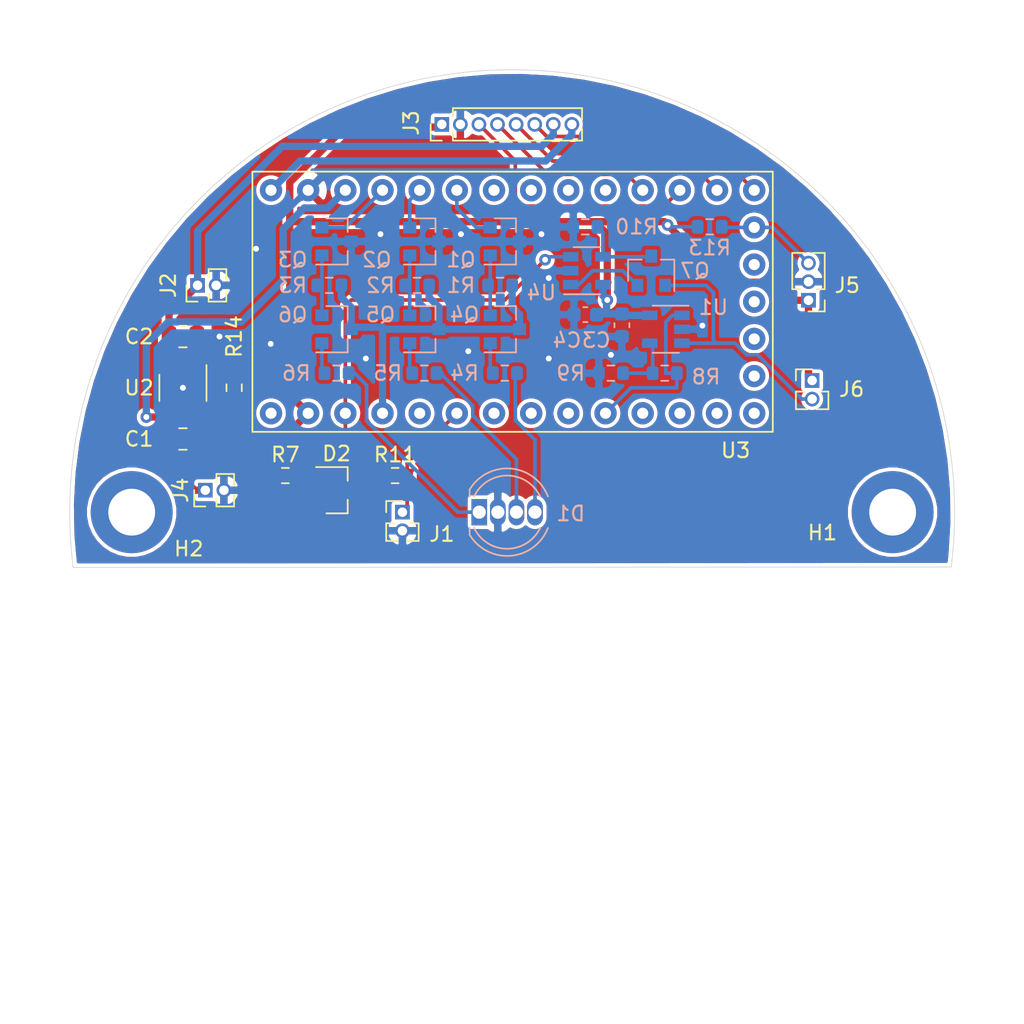
<source format=kicad_pcb>
(kicad_pcb (version 20171130) (host pcbnew 5.1.10)
  (layers (0 F.Cu signal) (31 B.Cu signal) (34 B.Paste user) (35 F.Paste user) (36 B.SilkS user) (37 F.SilkS user) (38 B.Mask user) (39 F.Mask user) (44 Edge.Cuts user))
  (net 0 "")
  (net 1 GND)
  (net 2 VBUS)
  (net 3 +BATT)
  (net 4 +3V3)
  (net 5 "Net-(D1-Pad4)")
  (net 6 "Net-(D1-Pad3)")
  (net 7 "Net-(D1-Pad1)")
  (net 8 /AREF)
  (net 9 /VBAT_SWITCHED)
  (net 10 /Button_2)
  (net 11 /Button_1)
  (net 12 /I2C_SCL)
  (net 13 /I2C_SDA)
  (net 14 /1Wire)
  (net 15 /FLUID_SENSE-)
  (net 16 /A1)
  (net 17 /Red)
  (net 18 /Green)
  (net 19 /Blue)
  (net 20 VCC)
  (net 21 /Red_Driver)
  (net 22 "Net-(Q4-Pad1)")
  (net 23 /Green_Driver)
  (net 24 "Net-(Q5-Pad1)")
  (net 25 /Blue_Driver)
  (net 26 "Net-(Q6-Pad1)")
  (net 27 "Net-(Q7-Pad3)")
  (net 28 "Net-(Q7-Pad2)")
  (net 29 "Net-(R8-Pad2)")
  (net 30 "Net-(R14-Pad1)")
  (net 31 "Net-(U2-Pad1)")
  (net 32 "Net-(U3-Pad26)")
  (net 33 "Net-(U3-Pad25)")
  (net 34 "Net-(U3-Pad24)")
  (net 35 "Net-(U3-Pad18)")
  (net 36 "Net-(U3-Pad15)")
  (net 37 "Net-(U3-Pad14)")
  (net 38 "Net-(U3-Pad13)")
  (net 39 "Net-(U3-Pad12)")
  (net 40 "Net-(U3-Pad11)")
  (net 41 "Net-(U3-Pad9)")
  (net 42 "Net-(U3-Pad8)")
  (net 43 "Net-(U3-Pad7)")
  (net 44 "Net-(U3-Pad17)")
  (net 45 "Net-(U3-Pad16)")
  (net 46 "Net-(U3-Pad1)")
  (net 47 /A5)
  (net 48 "Net-(U3-Pad5)")
  (net 49 "Net-(U3-Pad27)")
  (module MountingHole:MountingHole_3.2mm_M3_DIN965_Pad_TopBottom (layer F.Cu) (at 59 55)
    (fp_text reference H2 (at 3.9 2.5) (layer F.SilkS))
    (fp_text value MountingHole)
    (pad 1 connect circle (at 0 0) (size 5.6 5.6) (layers B.Cu B.Mask))
    (pad 1 connect circle (at 0 0) (size 5.6 5.6) (layers F.Cu F.Mask))
    (pad 1 thru_hole circle (at 0 0) (size 3.6 3.6) (drill 3.2) (layers *.Cu *.Mask))
  )
  (module MountingHole:MountingHole_3.2mm_M3_DIN965_Pad_TopBottom (layer F.Cu) (at 111 55)
    (fp_text reference H1 (at -4.8 1.4) (layer F.SilkS))
    (fp_text value MountingHole)
    (pad 1 connect circle (at 0 0) (size 5.6 5.6) (layers B.Cu B.Mask))
    (pad 1 connect circle (at 0 0) (size 5.6 5.6) (layers F.Cu F.Mask))
    (pad 1 thru_hole circle (at 0 0) (size 3.6 3.6) (drill 3.2) (layers *.Cu *.Mask))
  )
  (module beer_mug:adafruit-itsy-bitsy-m0 (layer F.Cu) (at 85.03 40.62)
    (fp_text reference U3 (at 15.24 10.16) (layer F.SilkS))
    (fp_text value Itsy-Bitsy-M0)
    (fp_line (start -17.78 -8.89) (end 17.78 -8.89) (layer F.SilkS) (width 0.12))
    (fp_line (start 17.78 -8.89) (end 17.78 8.89) (layer F.SilkS) (width 0.12))
    (fp_line (start 17.78 8.89) (end -17.78 8.89) (layer F.SilkS) (width 0.12))
    (fp_line (start -17.78 8.89) (end -17.78 -8.89) (layer F.SilkS) (width 0.12))
    (pad 33 thru_hole circle (at -16.51 -7.62) (size 1.524 1.524) (drill 0.762) (layers *.Cu *.Mask) (net 9 /VBAT_SWITCHED))
    (pad 32 thru_hole circle (at -13.97 -7.62) (size 1.524 1.524) (drill 0.762) (layers *.Cu *.Mask) (net 1 GND))
    (pad 31 thru_hole circle (at -11.43 -7.62) (size 1.524 1.524) (drill 0.762) (layers *.Cu *.Mask) (net 2 VBUS))
    (pad 30 thru_hole circle (at -8.89 -7.62) (size 1.524 1.524) (drill 0.762) (layers *.Cu *.Mask) (net 19 /Blue))
    (pad 29 thru_hole circle (at -6.35 -7.62) (size 1.524 1.524) (drill 0.762) (layers *.Cu *.Mask) (net 18 /Green))
    (pad 28 thru_hole circle (at -3.81 -7.62) (size 1.524 1.524) (drill 0.762) (layers *.Cu *.Mask) (net 17 /Red))
    (pad 27 thru_hole circle (at -1.27 -7.62) (size 1.524 1.524) (drill 0.762) (layers *.Cu *.Mask) (net 49 "Net-(U3-Pad27)"))
    (pad 26 thru_hole circle (at 1.27 -7.62) (size 1.524 1.524) (drill 0.762) (layers *.Cu *.Mask) (net 32 "Net-(U3-Pad26)"))
    (pad 25 thru_hole circle (at 3.81 -7.62) (size 1.524 1.524) (drill 0.762) (layers *.Cu *.Mask) (net 33 "Net-(U3-Pad25)"))
    (pad 24 thru_hole circle (at 6.35 -7.62) (size 1.524 1.524) (drill 0.762) (layers *.Cu *.Mask) (net 34 "Net-(U3-Pad24)"))
    (pad 23 thru_hole circle (at 8.89 -7.62) (size 1.524 1.524) (drill 0.762) (layers *.Cu *.Mask) (net 12 /I2C_SCL))
    (pad 22 thru_hole circle (at 11.43 -7.62) (size 1.524 1.524) (drill 0.762) (layers *.Cu *.Mask) (net 13 /I2C_SDA))
    (pad 21 thru_hole circle (at 13.97 -7.62) (size 1.524 1.524) (drill 0.762) (layers *.Cu *.Mask) (net 11 /Button_1))
    (pad 20 thru_hole circle (at 16.51 -7.62) (size 1.524 1.524) (drill 0.762) (layers *.Cu *.Mask) (net 10 /Button_2))
    (pad 19 thru_hole circle (at 16.51 -5.08) (size 1.524 1.524) (drill 0.762) (layers *.Cu *.Mask) (net 14 /1Wire))
    (pad 18 thru_hole circle (at 16.51 -2.54) (size 1.524 1.524) (drill 0.762) (layers *.Cu *.Mask) (net 35 "Net-(U3-Pad18)"))
    (pad 17 thru_hole circle (at 16.51 0) (size 1.524 1.524) (drill 0.762) (layers *.Cu *.Mask) (net 44 "Net-(U3-Pad17)"))
    (pad 16 thru_hole circle (at 16.51 2.54) (size 1.524 1.524) (drill 0.762) (layers *.Cu *.Mask) (net 45 "Net-(U3-Pad16)"))
    (pad 15 thru_hole circle (at 16.51 5.08) (size 1.524 1.524) (drill 0.762) (layers *.Cu *.Mask) (net 36 "Net-(U3-Pad15)"))
    (pad 14 thru_hole circle (at 16.51 7.62) (size 1.524 1.524) (drill 0.762) (layers *.Cu *.Mask) (net 37 "Net-(U3-Pad14)"))
    (pad 13 thru_hole circle (at 13.97 7.62) (size 1.524 1.524) (drill 0.762) (layers *.Cu *.Mask) (net 38 "Net-(U3-Pad13)"))
    (pad 12 thru_hole circle (at 11.43 7.62) (size 1.524 1.524) (drill 0.762) (layers *.Cu *.Mask) (net 39 "Net-(U3-Pad12)"))
    (pad 11 thru_hole circle (at 8.89 7.62) (size 1.524 1.524) (drill 0.762) (layers *.Cu *.Mask) (net 40 "Net-(U3-Pad11)"))
    (pad 10 thru_hole circle (at 6.35 7.62) (size 1.524 1.524) (drill 0.762) (layers *.Cu *.Mask) (net 47 /A5))
    (pad 9 thru_hole circle (at 3.81 7.62) (size 1.524 1.524) (drill 0.762) (layers *.Cu *.Mask) (net 41 "Net-(U3-Pad9)"))
    (pad 8 thru_hole circle (at 1.27 7.62) (size 1.524 1.524) (drill 0.762) (layers *.Cu *.Mask) (net 42 "Net-(U3-Pad8)"))
    (pad 7 thru_hole circle (at -1.27 7.62) (size 1.524 1.524) (drill 0.762) (layers *.Cu *.Mask) (net 43 "Net-(U3-Pad7)"))
    (pad 6 thru_hole circle (at -3.81 7.62) (size 1.524 1.524) (drill 0.762) (layers *.Cu *.Mask) (net 16 /A1))
    (pad 5 thru_hole circle (at -6.35 7.62) (size 1.524 1.524) (drill 0.762) (layers *.Cu *.Mask) (net 48 "Net-(U3-Pad5)"))
    (pad 4 thru_hole circle (at -8.89 7.62) (size 1.524 1.524) (drill 0.762) (layers *.Cu *.Mask) (net 20 VCC))
    (pad 3 thru_hole circle (at -11.43 7.62) (size 1.524 1.524) (drill 0.762) (layers *.Cu *.Mask) (net 8 /AREF))
    (pad 2 thru_hole circle (at -13.97 7.62) (size 1.524 1.524) (drill 0.762) (layers *.Cu *.Mask) (net 4 +3V3))
    (pad 1 thru_hole circle (at -16.51 7.62) (size 1.524 1.524) (drill 0.762) (layers *.Cu *.Mask) (net 46 "Net-(U3-Pad1)"))
  )
  (module Connector_PinHeader_1.27mm:PinHeader_1x02_P1.27mm_Vertical (layer F.Cu) (at 77.5 55)
    (fp_text reference J1 (at 2.7 1.5) (layer F.SilkS))
    (fp_text value Conn_01x02)
    (fp_line (start -1.11 1.965) (end -0.30753 1.965) (layer F.SilkS) (width 0.12))
    (fp_line (start 0.30753 1.965) (end 1.11 1.965) (layer F.SilkS) (width 0.12))
    (fp_line (start -1.11 0.76) (end -1.11 1.965) (layer F.SilkS) (width 0.12))
    (fp_line (start 1.11 0.76) (end 1.11 1.965) (layer F.SilkS) (width 0.12))
    (fp_line (start -1.11 0.76) (end -0.563471 0.76) (layer F.SilkS) (width 0.12))
    (fp_line (start 0.563471 0.76) (end 1.11 0.76) (layer F.SilkS) (width 0.12))
    (fp_line (start -1.11 0) (end -1.11 -0.76) (layer F.SilkS) (width 0.12))
    (fp_line (start -1.11 -0.76) (end 0 -0.76) (layer F.SilkS) (width 0.12))
    (pad 2 thru_hole oval (at 0 1.27) (size 1 1) (drill 0.65) (layers *.Cu *.Mask) (net 1 GND))
    (pad 1 thru_hole rect (at 0 0) (size 1 1) (drill 0.65) (layers *.Cu *.Mask) (net 16 /A1))
  )
  (module Package_TO_SOT_SMD:SOT-23-5 (layer B.Cu) (at 90.1 38.5)
    (fp_text reference U4 (at -3.1 1.5) (layer B.SilkS) (effects (justify mirror)))
    (fp_text value OPA322)
    (fp_line (start -0.9 -1.61) (end 0.9 -1.61) (layer B.SilkS) (width 0.12))
    (fp_line (start 0.9 1.61) (end -1.55 1.61) (layer B.SilkS) (width 0.12))
    (pad 5 smd rect (at 1.1 0.95) (size 1.06 0.65) (layers B.Cu B.Paste B.Mask) (net 4 +3V3))
    (pad 4 smd rect (at 1.1 -0.95) (size 1.06 0.65) (layers B.Cu B.Paste B.Mask) (net 27 "Net-(Q7-Pad3)"))
    (pad 3 smd rect (at -1.1 -0.95) (size 1.06 0.65) (layers B.Cu B.Paste B.Mask) (net 8 /AREF))
    (pad 2 smd rect (at -1.1 0) (size 1.06 0.65) (layers B.Cu B.Paste B.Mask) (net 1 GND))
    (pad 1 smd rect (at -1.1 0.95) (size 1.06 0.65) (layers B.Cu B.Paste B.Mask) (net 28 "Net-(Q7-Pad2)"))
  )
  (module Package_TO_SOT_SMD:SOT-23-5 (layer F.Cu) (at 62.5 46.5 270)
    (fp_text reference U2 (at 0 3 180) (layer F.SilkS))
    (fp_text value MCP73832-2-OT)
    (fp_line (start -0.9 1.61) (end 0.9 1.61) (layer F.SilkS) (width 0.12))
    (fp_line (start 0.9 -1.61) (end -1.55 -1.61) (layer F.SilkS) (width 0.12))
    (pad 5 smd rect (at 1.1 -0.95 270) (size 1.06 0.65) (layers F.Cu F.Paste F.Mask) (net 30 "Net-(R14-Pad1)"))
    (pad 4 smd rect (at 1.1 0.95 270) (size 1.06 0.65) (layers F.Cu F.Paste F.Mask) (net 2 VBUS))
    (pad 3 smd rect (at -1.1 0.95 270) (size 1.06 0.65) (layers F.Cu F.Paste F.Mask) (net 3 +BATT))
    (pad 2 smd rect (at -1.1 0 270) (size 1.06 0.65) (layers F.Cu F.Paste F.Mask) (net 1 GND))
    (pad 1 smd rect (at -1.1 -0.95 270) (size 1.06 0.65) (layers F.Cu F.Paste F.Mask) (net 31 "Net-(U2-Pad1)"))
  )
  (module Package_TO_SOT_SMD:SOT-23-5 (layer B.Cu) (at 95.5 42.5 180)
    (fp_text reference U1 (at -3.25 1.5) (layer B.SilkS) (effects (justify mirror)))
    (fp_text value OPA322)
    (fp_line (start -0.9 -1.61) (end 0.9 -1.61) (layer B.SilkS) (width 0.12))
    (fp_line (start 0.9 1.61) (end -1.55 1.61) (layer B.SilkS) (width 0.12))
    (pad 5 smd rect (at 1.1 0.95 180) (size 1.06 0.65) (layers B.Cu B.Paste B.Mask) (net 4 +3V3))
    (pad 4 smd rect (at 1.1 -0.95 180) (size 1.06 0.65) (layers B.Cu B.Paste B.Mask) (net 29 "Net-(R8-Pad2)"))
    (pad 3 smd rect (at -1.1 -0.95 180) (size 1.06 0.65) (layers B.Cu B.Paste B.Mask) (net 15 /FLUID_SENSE-))
    (pad 2 smd rect (at -1.1 0 180) (size 1.06 0.65) (layers B.Cu B.Paste B.Mask) (net 1 GND))
    (pad 1 smd rect (at -1.1 0.95 180) (size 1.06 0.65) (layers B.Cu B.Paste B.Mask) (net 47 /A5))
  )
  (module Resistor_SMD:R_0603_1608Metric (layer F.Cu) (at 66 46.5 90)
    (fp_text reference R14 (at 3.5 0 90) (layer F.SilkS))
    (fp_text value R)
    (fp_line (start -0.237258 -0.5225) (end 0.237258 -0.5225) (layer F.SilkS) (width 0.12))
    (fp_line (start -0.237258 0.5225) (end 0.237258 0.5225) (layer F.SilkS) (width 0.12))
    (pad 2 smd roundrect (at 0.825 0 90) (size 0.8 0.95) (layers F.Cu F.Paste F.Mask) (net 1 GND))
    (pad 1 smd roundrect (at -0.825 0 90) (size 0.8 0.95) (layers F.Cu F.Paste F.Mask) (net 30 "Net-(R14-Pad1)"))
  )
  (module Resistor_SMD:R_0603_1608Metric (layer B.Cu) (at 98.5 35.5)
    (fp_text reference R13 (at 0 1.43 180) (layer B.SilkS) (effects (justify mirror)))
    (fp_text value R)
    (fp_line (start -0.237258 0.5225) (end 0.237258 0.5225) (layer B.SilkS) (width 0.12))
    (fp_line (start -0.237258 -0.5225) (end 0.237258 -0.5225) (layer B.SilkS) (width 0.12))
    (pad 2 smd roundrect (at 0.825 0) (size 0.8 0.95) (layers B.Cu B.Paste B.Mask) (net 14 /1Wire))
    (pad 1 smd roundrect (at -0.825 0) (size 0.8 0.95) (layers B.Cu B.Paste B.Mask) (net 4 +3V3))
  )
  (module Resistor_SMD:R_0603_1608Metric (layer F.Cu) (at 77 52.5)
    (fp_text reference R11 (at 0 -1.43) (layer F.SilkS))
    (fp_text value R)
    (fp_line (start -0.237258 -0.5225) (end 0.237258 -0.5225) (layer F.SilkS) (width 0.12))
    (fp_line (start -0.237258 0.5225) (end 0.237258 0.5225) (layer F.SilkS) (width 0.12))
    (pad 2 smd roundrect (at 0.825 0) (size 0.8 0.95) (layers F.Cu F.Paste F.Mask) (net 16 /A1))
    (pad 1 smd roundrect (at -0.825 0) (size 0.8 0.95) (layers F.Cu F.Paste F.Mask) (net 8 /AREF))
  )
  (module Resistor_SMD:R_0603_1608Metric (layer B.Cu) (at 90 35.5 180)
    (fp_text reference R10 (at -3.5 0) (layer B.SilkS) (effects (justify mirror)))
    (fp_text value R)
    (fp_line (start -0.237258 0.5225) (end 0.237258 0.5225) (layer B.SilkS) (width 0.12))
    (fp_line (start -0.237258 -0.5225) (end 0.237258 -0.5225) (layer B.SilkS) (width 0.12))
    (pad 2 smd roundrect (at 0.825 0 180) (size 0.8 0.95) (layers B.Cu B.Paste B.Mask) (net 1 GND))
    (pad 1 smd roundrect (at -0.825 0 180) (size 0.8 0.95) (layers B.Cu B.Paste B.Mask) (net 27 "Net-(Q7-Pad3)"))
  )
  (module Resistor_SMD:R_0603_1608Metric (layer B.Cu) (at 91.75 45.5 180)
    (fp_text reference R9 (at 2.75 0) (layer B.SilkS) (effects (justify mirror)))
    (fp_text value R)
    (fp_line (start -0.237258 0.5225) (end 0.237258 0.5225) (layer B.SilkS) (width 0.12))
    (fp_line (start -0.237258 -0.5225) (end 0.237258 -0.5225) (layer B.SilkS) (width 0.12))
    (pad 2 smd roundrect (at 0.825 0 180) (size 0.8 0.95) (layers B.Cu B.Paste B.Mask) (net 1 GND))
    (pad 1 smd roundrect (at -0.825 0 180) (size 0.8 0.95) (layers B.Cu B.Paste B.Mask) (net 29 "Net-(R8-Pad2)"))
  )
  (module Resistor_SMD:R_0603_1608Metric (layer B.Cu) (at 95.425 45.5 180)
    (fp_text reference R8 (at -2.825 -0.25) (layer B.SilkS) (effects (justify mirror)))
    (fp_text value R)
    (fp_line (start -0.237258 0.5225) (end 0.237258 0.5225) (layer B.SilkS) (width 0.12))
    (fp_line (start -0.237258 -0.5225) (end 0.237258 -0.5225) (layer B.SilkS) (width 0.12))
    (pad 2 smd roundrect (at 0.825 0 180) (size 0.8 0.95) (layers B.Cu B.Paste B.Mask) (net 29 "Net-(R8-Pad2)"))
    (pad 1 smd roundrect (at -0.825 0 180) (size 0.8 0.95) (layers B.Cu B.Paste B.Mask) (net 47 /A5))
  )
  (module Resistor_SMD:R_0603_1608Metric (layer F.Cu) (at 69.5 52.5)
    (fp_text reference R7 (at 0 -1.43) (layer F.SilkS))
    (fp_text value 300)
    (fp_line (start -0.237258 -0.5225) (end 0.237258 -0.5225) (layer F.SilkS) (width 0.12))
    (fp_line (start -0.237258 0.5225) (end 0.237258 0.5225) (layer F.SilkS) (width 0.12))
    (pad 2 smd roundrect (at 0.825 0) (size 0.8 0.95) (layers F.Cu F.Paste F.Mask) (net 8 /AREF))
    (pad 1 smd roundrect (at -0.825 0) (size 0.8 0.95) (layers F.Cu F.Paste F.Mask) (net 4 +3V3))
  )
  (module Resistor_SMD:R_0603_1608Metric (layer B.Cu) (at 73 45.5)
    (fp_text reference R6 (at -2.75 0) (layer B.SilkS) (effects (justify mirror)))
    (fp_text value R)
    (fp_line (start -0.237258 0.5225) (end 0.237258 0.5225) (layer B.SilkS) (width 0.12))
    (fp_line (start -0.237258 -0.5225) (end 0.237258 -0.5225) (layer B.SilkS) (width 0.12))
    (pad 2 smd roundrect (at 0.825 0) (size 0.8 0.95) (layers B.Cu B.Paste B.Mask) (net 7 "Net-(D1-Pad1)"))
    (pad 1 smd roundrect (at -0.825 0) (size 0.8 0.95) (layers B.Cu B.Paste B.Mask) (net 26 "Net-(Q6-Pad1)"))
  )
  (module Resistor_SMD:R_0603_1608Metric (layer B.Cu) (at 79 45.5)
    (fp_text reference R5 (at -2.5 0) (layer B.SilkS) (effects (justify mirror)))
    (fp_text value R)
    (fp_line (start -0.237258 0.5225) (end 0.237258 0.5225) (layer B.SilkS) (width 0.12))
    (fp_line (start -0.237258 -0.5225) (end 0.237258 -0.5225) (layer B.SilkS) (width 0.12))
    (pad 2 smd roundrect (at 0.825 0) (size 0.8 0.95) (layers B.Cu B.Paste B.Mask) (net 6 "Net-(D1-Pad3)"))
    (pad 1 smd roundrect (at -0.825 0) (size 0.8 0.95) (layers B.Cu B.Paste B.Mask) (net 24 "Net-(Q5-Pad1)"))
  )
  (module Resistor_SMD:R_0603_1608Metric (layer B.Cu) (at 84.5 45.5)
    (fp_text reference R4 (at -2.75 0) (layer B.SilkS) (effects (justify mirror)))
    (fp_text value R)
    (fp_line (start -0.237258 0.5225) (end 0.237258 0.5225) (layer B.SilkS) (width 0.12))
    (fp_line (start -0.237258 -0.5225) (end 0.237258 -0.5225) (layer B.SilkS) (width 0.12))
    (pad 2 smd roundrect (at 0.825 0) (size 0.8 0.95) (layers B.Cu B.Paste B.Mask) (net 5 "Net-(D1-Pad4)"))
    (pad 1 smd roundrect (at -0.825 0) (size 0.8 0.95) (layers B.Cu B.Paste B.Mask) (net 22 "Net-(Q4-Pad1)"))
  )
  (module Resistor_SMD:R_0603_1608Metric (layer B.Cu) (at 72.5 39.5 180)
    (fp_text reference R3 (at 2.5 0) (layer B.SilkS) (effects (justify mirror)))
    (fp_text value R)
    (fp_line (start -0.237258 0.5225) (end 0.237258 0.5225) (layer B.SilkS) (width 0.12))
    (fp_line (start -0.237258 -0.5225) (end 0.237258 -0.5225) (layer B.SilkS) (width 0.12))
    (pad 2 smd roundrect (at 0.825 0 180) (size 0.8 0.95) (layers B.Cu B.Paste B.Mask) (net 25 /Blue_Driver))
    (pad 1 smd roundrect (at -0.825 0 180) (size 0.8 0.95) (layers B.Cu B.Paste B.Mask) (net 20 VCC))
  )
  (module Resistor_SMD:R_0603_1608Metric (layer B.Cu) (at 78.5 39.5 180)
    (fp_text reference R2 (at 2.5 0) (layer B.SilkS) (effects (justify mirror)))
    (fp_text value R)
    (fp_line (start -0.237258 0.5225) (end 0.237258 0.5225) (layer B.SilkS) (width 0.12))
    (fp_line (start -0.237258 -0.5225) (end 0.237258 -0.5225) (layer B.SilkS) (width 0.12))
    (pad 2 smd roundrect (at 0.825 0 180) (size 0.8 0.95) (layers B.Cu B.Paste B.Mask) (net 23 /Green_Driver))
    (pad 1 smd roundrect (at -0.825 0 180) (size 0.8 0.95) (layers B.Cu B.Paste B.Mask) (net 20 VCC))
  )
  (module Resistor_SMD:R_0603_1608Metric (layer B.Cu) (at 84.175 39.5 180)
    (fp_text reference R1 (at 2.675 0) (layer B.SilkS) (effects (justify mirror)))
    (fp_text value R)
    (fp_line (start -0.237258 0.5225) (end 0.237258 0.5225) (layer B.SilkS) (width 0.12))
    (fp_line (start -0.237258 -0.5225) (end 0.237258 -0.5225) (layer B.SilkS) (width 0.12))
    (pad 2 smd roundrect (at 0.825 0 180) (size 0.8 0.95) (layers B.Cu B.Paste B.Mask) (net 21 /Red_Driver))
    (pad 1 smd roundrect (at -0.825 0 180) (size 0.8 0.95) (layers B.Cu B.Paste B.Mask) (net 20 VCC))
  )
  (module Package_TO_SOT_SMD:SOT-23 (layer B.Cu) (at 94.5 38.5 90)
    (fp_text reference Q7 (at 0 3 180) (layer B.SilkS) (effects (justify mirror)))
    (fp_text value Q_NMOS_DGS)
    (fp_line (start 0.76 -1.58) (end 0.76 -0.65) (layer B.SilkS) (width 0.12))
    (fp_line (start 0.76 1.58) (end 0.76 0.65) (layer B.SilkS) (width 0.12))
    (fp_line (start 0.76 1.58) (end -1.4 1.58) (layer B.SilkS) (width 0.12))
    (fp_line (start 0.76 -1.58) (end -0.7 -1.58) (layer B.SilkS) (width 0.12))
    (pad 3 smd rect (at 1 0 90) (size 0.9 0.8) (layers B.Cu B.Paste B.Mask) (net 27 "Net-(Q7-Pad3)"))
    (pad 2 smd rect (at -1 -0.95 90) (size 0.9 0.8) (layers B.Cu B.Paste B.Mask) (net 28 "Net-(Q7-Pad2)"))
    (pad 1 smd rect (at -1 0.95 90) (size 0.9 0.8) (layers B.Cu B.Paste B.Mask) (net 15 /FLUID_SENSE-))
  )
  (module Package_TO_SOT_SMD:SOT-23 (layer B.Cu) (at 73 42.5)
    (fp_text reference Q6 (at -3 -1) (layer B.SilkS) (effects (justify mirror)))
    (fp_text value Q_PMOS_DGS)
    (fp_line (start 0.76 -1.58) (end 0.76 -0.65) (layer B.SilkS) (width 0.12))
    (fp_line (start 0.76 1.58) (end 0.76 0.65) (layer B.SilkS) (width 0.12))
    (fp_line (start 0.76 1.58) (end -1.4 1.58) (layer B.SilkS) (width 0.12))
    (fp_line (start 0.76 -1.58) (end -0.7 -1.58) (layer B.SilkS) (width 0.12))
    (pad 3 smd rect (at 1 0) (size 0.9 0.8) (layers B.Cu B.Paste B.Mask) (net 20 VCC))
    (pad 2 smd rect (at -1 -0.95) (size 0.9 0.8) (layers B.Cu B.Paste B.Mask) (net 25 /Blue_Driver))
    (pad 1 smd rect (at -1 0.95) (size 0.9 0.8) (layers B.Cu B.Paste B.Mask) (net 26 "Net-(Q6-Pad1)"))
  )
  (module Package_TO_SOT_SMD:SOT-23 (layer B.Cu) (at 79 42.5)
    (fp_text reference Q5 (at -3 -1) (layer B.SilkS) (effects (justify mirror)))
    (fp_text value Q_PMOS_DGS)
    (fp_line (start 0.76 -1.58) (end 0.76 -0.65) (layer B.SilkS) (width 0.12))
    (fp_line (start 0.76 1.58) (end 0.76 0.65) (layer B.SilkS) (width 0.12))
    (fp_line (start 0.76 1.58) (end -1.4 1.58) (layer B.SilkS) (width 0.12))
    (fp_line (start 0.76 -1.58) (end -0.7 -1.58) (layer B.SilkS) (width 0.12))
    (pad 3 smd rect (at 1 0) (size 0.9 0.8) (layers B.Cu B.Paste B.Mask) (net 20 VCC))
    (pad 2 smd rect (at -1 -0.95) (size 0.9 0.8) (layers B.Cu B.Paste B.Mask) (net 23 /Green_Driver))
    (pad 1 smd rect (at -1 0.95) (size 0.9 0.8) (layers B.Cu B.Paste B.Mask) (net 24 "Net-(Q5-Pad1)"))
  )
  (module Package_TO_SOT_SMD:SOT-23 (layer B.Cu) (at 84.5 42.5)
    (fp_text reference Q4 (at -2.75 -1) (layer B.SilkS) (effects (justify mirror)))
    (fp_text value Q_PMOS_DGS)
    (fp_line (start 0.76 -1.58) (end 0.76 -0.65) (layer B.SilkS) (width 0.12))
    (fp_line (start 0.76 1.58) (end 0.76 0.65) (layer B.SilkS) (width 0.12))
    (fp_line (start 0.76 1.58) (end -1.4 1.58) (layer B.SilkS) (width 0.12))
    (fp_line (start 0.76 -1.58) (end -0.7 -1.58) (layer B.SilkS) (width 0.12))
    (pad 3 smd rect (at 1 0) (size 0.9 0.8) (layers B.Cu B.Paste B.Mask) (net 20 VCC))
    (pad 2 smd rect (at -1 -0.95) (size 0.9 0.8) (layers B.Cu B.Paste B.Mask) (net 21 /Red_Driver))
    (pad 1 smd rect (at -1 0.95) (size 0.9 0.8) (layers B.Cu B.Paste B.Mask) (net 22 "Net-(Q4-Pad1)"))
  )
  (module Package_TO_SOT_SMD:SOT-23 (layer B.Cu) (at 73 36.5)
    (fp_text reference Q3 (at -3 1.25) (layer B.SilkS) (effects (justify mirror)))
    (fp_text value Q_NMOS_DGS)
    (fp_line (start 0.76 -1.58) (end 0.76 -0.65) (layer B.SilkS) (width 0.12))
    (fp_line (start 0.76 1.58) (end 0.76 0.65) (layer B.SilkS) (width 0.12))
    (fp_line (start 0.76 1.58) (end -1.4 1.58) (layer B.SilkS) (width 0.12))
    (fp_line (start 0.76 -1.58) (end -0.7 -1.58) (layer B.SilkS) (width 0.12))
    (pad 3 smd rect (at 1 0) (size 0.9 0.8) (layers B.Cu B.Paste B.Mask) (net 1 GND))
    (pad 2 smd rect (at -1 -0.95) (size 0.9 0.8) (layers B.Cu B.Paste B.Mask) (net 19 /Blue))
    (pad 1 smd rect (at -1 0.95) (size 0.9 0.8) (layers B.Cu B.Paste B.Mask) (net 25 /Blue_Driver))
  )
  (module Package_TO_SOT_SMD:SOT-23 (layer B.Cu) (at 79 36.5)
    (fp_text reference Q2 (at -3.25 1.25) (layer B.SilkS) (effects (justify mirror)))
    (fp_text value Q_NMOS_DGS)
    (fp_line (start 0.76 -1.58) (end 0.76 -0.65) (layer B.SilkS) (width 0.12))
    (fp_line (start 0.76 1.58) (end 0.76 0.65) (layer B.SilkS) (width 0.12))
    (fp_line (start 0.76 1.58) (end -1.4 1.58) (layer B.SilkS) (width 0.12))
    (fp_line (start 0.76 -1.58) (end -0.7 -1.58) (layer B.SilkS) (width 0.12))
    (pad 3 smd rect (at 1 0) (size 0.9 0.8) (layers B.Cu B.Paste B.Mask) (net 1 GND))
    (pad 2 smd rect (at -1 -0.95) (size 0.9 0.8) (layers B.Cu B.Paste B.Mask) (net 18 /Green))
    (pad 1 smd rect (at -1 0.95) (size 0.9 0.8) (layers B.Cu B.Paste B.Mask) (net 23 /Green_Driver))
  )
  (module Package_TO_SOT_SMD:SOT-23 (layer B.Cu) (at 84.5 36.5)
    (fp_text reference Q1 (at -3 1.25) (layer B.SilkS) (effects (justify mirror)))
    (fp_text value Q_NMOS_DGS)
    (fp_line (start 0.76 -1.58) (end 0.76 -0.65) (layer B.SilkS) (width 0.12))
    (fp_line (start 0.76 1.58) (end 0.76 0.65) (layer B.SilkS) (width 0.12))
    (fp_line (start 0.76 1.58) (end -1.4 1.58) (layer B.SilkS) (width 0.12))
    (fp_line (start 0.76 -1.58) (end -0.7 -1.58) (layer B.SilkS) (width 0.12))
    (pad 3 smd rect (at 1 0) (size 0.9 0.8) (layers B.Cu B.Paste B.Mask) (net 1 GND))
    (pad 2 smd rect (at -1 -0.95) (size 0.9 0.8) (layers B.Cu B.Paste B.Mask) (net 17 /Red))
    (pad 1 smd rect (at -1 0.95) (size 0.9 0.8) (layers B.Cu B.Paste B.Mask) (net 21 /Red_Driver))
  )
  (module Connector_PinHeader_1.27mm:PinHeader_1x02_P1.27mm_Vertical (layer F.Cu) (at 105.5 46)
    (fp_text reference J6 (at 2.7 0.6) (layer F.SilkS))
    (fp_text value Conn_01x02)
    (fp_line (start -1.11 1.965) (end -0.30753 1.965) (layer F.SilkS) (width 0.12))
    (fp_line (start 0.30753 1.965) (end 1.11 1.965) (layer F.SilkS) (width 0.12))
    (fp_line (start -1.11 0.76) (end -1.11 1.965) (layer F.SilkS) (width 0.12))
    (fp_line (start 1.11 0.76) (end 1.11 1.965) (layer F.SilkS) (width 0.12))
    (fp_line (start -1.11 0.76) (end -0.563471 0.76) (layer F.SilkS) (width 0.12))
    (fp_line (start 0.563471 0.76) (end 1.11 0.76) (layer F.SilkS) (width 0.12))
    (fp_line (start -1.11 0) (end -1.11 -0.76) (layer F.SilkS) (width 0.12))
    (fp_line (start -1.11 -0.76) (end 0 -0.76) (layer F.SilkS) (width 0.12))
    (pad 2 thru_hole oval (at 0 1.27) (size 1 1) (drill 0.65) (layers *.Cu *.Mask) (net 15 /FLUID_SENSE-))
    (pad 1 thru_hole rect (at 0 0) (size 1 1) (drill 0.65) (layers *.Cu *.Mask) (net 4 +3V3))
  )
  (module Connector_PinHeader_1.27mm:PinHeader_1x03_P1.27mm_Vertical (layer F.Cu) (at 105.25 40.52 180)
    (fp_text reference J5 (at -2.65 1.02) (layer F.SilkS))
    (fp_text value Conn_01x03)
    (fp_line (start -1.11 3.235) (end -0.30753 3.235) (layer F.SilkS) (width 0.12))
    (fp_line (start 0.30753 3.235) (end 1.11 3.235) (layer F.SilkS) (width 0.12))
    (fp_line (start -1.11 0.76) (end -1.11 3.235) (layer F.SilkS) (width 0.12))
    (fp_line (start 1.11 0.76) (end 1.11 3.235) (layer F.SilkS) (width 0.12))
    (fp_line (start -1.11 0.76) (end -0.563471 0.76) (layer F.SilkS) (width 0.12))
    (fp_line (start 0.563471 0.76) (end 1.11 0.76) (layer F.SilkS) (width 0.12))
    (fp_line (start -1.11 0) (end -1.11 -0.76) (layer F.SilkS) (width 0.12))
    (fp_line (start -1.11 -0.76) (end 0 -0.76) (layer F.SilkS) (width 0.12))
    (pad 3 thru_hole oval (at 0 2.54 180) (size 1 1) (drill 0.65) (layers *.Cu *.Mask) (net 14 /1Wire))
    (pad 2 thru_hole oval (at 0 1.27 180) (size 1 1) (drill 0.65) (layers *.Cu *.Mask) (net 1 GND))
    (pad 1 thru_hole rect (at 0 0 180) (size 1 1) (drill 0.65) (layers *.Cu *.Mask) (net 4 +3V3))
  )
  (module Connector_PinHeader_1.27mm:PinHeader_1x02_P1.27mm_Vertical (layer F.Cu) (at 64.03 53.5 90)
    (fp_text reference J4 (at 0 -1.695 90) (layer F.SilkS))
    (fp_text value Conn_01x02)
    (fp_line (start -1.11 1.965) (end -0.30753 1.965) (layer F.SilkS) (width 0.12))
    (fp_line (start 0.30753 1.965) (end 1.11 1.965) (layer F.SilkS) (width 0.12))
    (fp_line (start -1.11 0.76) (end -1.11 1.965) (layer F.SilkS) (width 0.12))
    (fp_line (start 1.11 0.76) (end 1.11 1.965) (layer F.SilkS) (width 0.12))
    (fp_line (start -1.11 0.76) (end -0.563471 0.76) (layer F.SilkS) (width 0.12))
    (fp_line (start 0.563471 0.76) (end 1.11 0.76) (layer F.SilkS) (width 0.12))
    (fp_line (start -1.11 0) (end -1.11 -0.76) (layer F.SilkS) (width 0.12))
    (fp_line (start -1.11 -0.76) (end 0 -0.76) (layer F.SilkS) (width 0.12))
    (pad 2 thru_hole oval (at 0 1.27 90) (size 1 1) (drill 0.65) (layers *.Cu *.Mask) (net 1 GND))
    (pad 1 thru_hole rect (at 0 0 90) (size 1 1) (drill 0.65) (layers *.Cu *.Mask) (net 2 VBUS))
  )
  (module Connector_PinHeader_1.27mm:PinHeader_1x08_P1.27mm_Vertical (layer F.Cu) (at 80.19 28.5 90)
    (fp_text reference J3 (at 0.1 -2.09 90) (layer F.SilkS))
    (fp_text value Conn_01x08)
    (fp_line (start -1.11 9.585) (end -0.30753 9.585) (layer F.SilkS) (width 0.12))
    (fp_line (start 0.30753 9.585) (end 1.11 9.585) (layer F.SilkS) (width 0.12))
    (fp_line (start -1.11 0.76) (end -1.11 9.585) (layer F.SilkS) (width 0.12))
    (fp_line (start 1.11 0.76) (end 1.11 9.585) (layer F.SilkS) (width 0.12))
    (fp_line (start -1.11 0.76) (end -0.563471 0.76) (layer F.SilkS) (width 0.12))
    (fp_line (start 0.563471 0.76) (end 1.11 0.76) (layer F.SilkS) (width 0.12))
    (fp_line (start -1.11 0) (end -1.11 -0.76) (layer F.SilkS) (width 0.12))
    (fp_line (start -1.11 -0.76) (end 0 -0.76) (layer F.SilkS) (width 0.12))
    (pad 8 thru_hole oval (at 0 8.89 90) (size 1 1) (drill 0.65) (layers *.Cu *.Mask) (net 9 /VBAT_SWITCHED))
    (pad 7 thru_hole oval (at 0 7.62 90) (size 1 1) (drill 0.65) (layers *.Cu *.Mask) (net 3 +BATT))
    (pad 6 thru_hole oval (at 0 6.35 90) (size 1 1) (drill 0.65) (layers *.Cu *.Mask) (net 10 /Button_2))
    (pad 5 thru_hole oval (at 0 5.08 90) (size 1 1) (drill 0.65) (layers *.Cu *.Mask) (net 11 /Button_1))
    (pad 4 thru_hole oval (at 0 3.81 90) (size 1 1) (drill 0.65) (layers *.Cu *.Mask) (net 12 /I2C_SCL))
    (pad 3 thru_hole oval (at 0 2.54 90) (size 1 1) (drill 0.65) (layers *.Cu *.Mask) (net 13 /I2C_SDA))
    (pad 2 thru_hole oval (at 0 1.27 90) (size 1 1) (drill 0.65) (layers *.Cu *.Mask) (net 1 GND))
    (pad 1 thru_hole rect (at 0 0 90) (size 1 1) (drill 0.65) (layers *.Cu *.Mask) (net 4 +3V3))
  )
  (module Connector_PinHeader_1.27mm:PinHeader_1x02_P1.27mm_Vertical (layer F.Cu) (at 63.5 39.5 90)
    (fp_text reference J2 (at 0 -2 90) (layer F.SilkS))
    (fp_text value Conn_01x02)
    (fp_line (start -1.11 1.965) (end -0.30753 1.965) (layer F.SilkS) (width 0.12))
    (fp_line (start 0.30753 1.965) (end 1.11 1.965) (layer F.SilkS) (width 0.12))
    (fp_line (start -1.11 0.76) (end -1.11 1.965) (layer F.SilkS) (width 0.12))
    (fp_line (start 1.11 0.76) (end 1.11 1.965) (layer F.SilkS) (width 0.12))
    (fp_line (start -1.11 0.76) (end -0.563471 0.76) (layer F.SilkS) (width 0.12))
    (fp_line (start 0.563471 0.76) (end 1.11 0.76) (layer F.SilkS) (width 0.12))
    (fp_line (start -1.11 0) (end -1.11 -0.76) (layer F.SilkS) (width 0.12))
    (fp_line (start -1.11 -0.76) (end 0 -0.76) (layer F.SilkS) (width 0.12))
    (pad 2 thru_hole oval (at 0 1.27 90) (size 1 1) (drill 0.65) (layers *.Cu *.Mask) (net 1 GND))
    (pad 1 thru_hole rect (at 0 0 90) (size 1 1) (drill 0.65) (layers *.Cu *.Mask) (net 3 +BATT))
  )
  (module Package_TO_SOT_SMD:SOT-23 (layer F.Cu) (at 73 53.5)
    (fp_text reference D2 (at 0 -2.5) (layer F.SilkS))
    (fp_text value LM4040CIM3-3.0)
    (fp_line (start 0.76 1.58) (end 0.76 0.65) (layer F.SilkS) (width 0.12))
    (fp_line (start 0.76 -1.58) (end 0.76 -0.65) (layer F.SilkS) (width 0.12))
    (fp_line (start 0.76 -1.58) (end -1.4 -1.58) (layer F.SilkS) (width 0.12))
    (fp_line (start 0.76 1.58) (end -0.7 1.58) (layer F.SilkS) (width 0.12))
    (pad 3 smd rect (at 1 0) (size 0.9 0.8) (layers F.Cu F.Paste F.Mask))
    (pad 2 smd rect (at -1 0.95) (size 0.9 0.8) (layers F.Cu F.Paste F.Mask) (net 1 GND))
    (pad 1 smd rect (at -1 -0.95) (size 0.9 0.8) (layers F.Cu F.Paste F.Mask) (net 8 /AREF))
  )
  (module LED_THT:LED_D5.0mm-4_RGB (layer B.Cu) (at 82.75 55)
    (fp_text reference D1 (at 6.25 0.1) (layer B.SilkS) (effects (justify mirror)))
    (fp_text value LED_RAGB)
    (fp_arc (start 1.905 0) (end -0.349684 -1.08) (angle 128.8) (layer B.SilkS) (width 0.12))
    (fp_arc (start 1.905 0) (end -0.349684 1.08) (angle -128.8) (layer B.SilkS) (width 0.12))
    (fp_arc (start 1.905 0) (end -0.655 -1.54483) (angle 127.7) (layer B.SilkS) (width 0.12))
    (fp_arc (start 1.905 0) (end -0.655 1.54483) (angle -127.7) (layer B.SilkS) (width 0.12))
    (fp_line (start -0.655 1.545) (end -0.655 1.08) (layer B.SilkS) (width 0.12))
    (fp_line (start -0.655 -1.08) (end -0.655 -1.545) (layer B.SilkS) (width 0.12))
    (pad 4 thru_hole oval (at 3.81 0) (size 1.07 1.8) (drill 0.9) (layers *.Cu *.Mask) (net 5 "Net-(D1-Pad4)"))
    (pad 3 thru_hole oval (at 2.54 0) (size 1.07 1.8) (drill 0.9) (layers *.Cu *.Mask) (net 6 "Net-(D1-Pad3)"))
    (pad 2 thru_hole oval (at 1.27 0) (size 1.07 1.8) (drill 0.9) (layers *.Cu *.Mask) (net 1 GND))
    (pad 1 thru_hole rect (at 0 0) (size 1.07 1.8) (drill 0.9) (layers *.Cu *.Mask) (net 7 "Net-(D1-Pad1)"))
  )
  (module Capacitor_SMD:C_0603_1608Metric (layer B.Cu) (at 90 41.5 180)
    (fp_text reference C4 (at 1.25 -1.75) (layer B.SilkS) (effects (justify mirror)))
    (fp_text value 100n)
    (fp_line (start -0.14058 0.51) (end 0.14058 0.51) (layer B.SilkS) (width 0.12))
    (fp_line (start -0.14058 -0.51) (end 0.14058 -0.51) (layer B.SilkS) (width 0.12))
    (pad 2 smd roundrect (at 0.775 0 180) (size 0.9 0.95) (layers B.Cu B.Paste B.Mask) (net 1 GND))
    (pad 1 smd roundrect (at -0.775 0 180) (size 0.9 0.95) (layers B.Cu B.Paste B.Mask) (net 4 +3V3))
  )
  (module Capacitor_SMD:C_0603_1608Metric (layer B.Cu) (at 92.5 42.225 270)
    (fp_text reference C3 (at 1.025 1.75 180) (layer B.SilkS) (effects (justify mirror)))
    (fp_text value 100n)
    (fp_line (start -0.14058 0.51) (end 0.14058 0.51) (layer B.SilkS) (width 0.12))
    (fp_line (start -0.14058 -0.51) (end 0.14058 -0.51) (layer B.SilkS) (width 0.12))
    (pad 2 smd roundrect (at 0.775 0 270) (size 0.9 0.95) (layers B.Cu B.Paste B.Mask) (net 1 GND))
    (pad 1 smd roundrect (at -0.775 0 270) (size 0.9 0.95) (layers B.Cu B.Paste B.Mask) (net 4 +3V3))
  )
  (module Capacitor_SMD:C_0805_2012Metric (layer F.Cu) (at 62.5 43)
    (fp_text reference C2 (at -3 0) (layer F.SilkS))
    (fp_text value 4u7)
    (fp_line (start -0.261252 -0.735) (end 0.261252 -0.735) (layer F.SilkS) (width 0.12))
    (fp_line (start -0.261252 0.735) (end 0.261252 0.735) (layer F.SilkS) (width 0.12))
    (pad 2 smd roundrect (at 0.95 0) (size 1 1.45) (layers F.Cu F.Paste F.Mask) (net 1 GND))
    (pad 1 smd roundrect (at -0.95 0) (size 1 1.45) (layers F.Cu F.Paste F.Mask) (net 3 +BATT))
  )
  (module Capacitor_SMD:C_0805_2012Metric (layer F.Cu) (at 62.5 50)
    (fp_text reference C1 (at -3 0) (layer F.SilkS))
    (fp_text value 4u7)
    (fp_line (start -0.261252 -0.735) (end 0.261252 -0.735) (layer F.SilkS) (width 0.12))
    (fp_line (start -0.261252 0.735) (end 0.261252 0.735) (layer F.SilkS) (width 0.12))
    (pad 2 smd roundrect (at 0.95 0) (size 1 1.45) (layers F.Cu F.Paste F.Mask) (net 1 GND))
    (pad 1 smd roundrect (at -0.95 0) (size 1 1.45) (layers F.Cu F.Paste F.Mask) (net 2 VBUS))
  )
  (gr_line (start 55.003283 58.776162) (end 115 58.75) (layer Edge.Cuts) (width 0.05))
  (gr_arc (start 85 55) (end 114.999999 58.749999) (angle -194.3) (layer Edge.Cuts) (width 0.05))
  (via (at 76 36) (size 0.8) (drill 0.4) (layers F.Cu B.Cu) (net 1))
  (via (at 87 36) (size 0.8) (drill 0.4) (layers F.Cu B.Cu) (net 1))
  (via (at 67.5 37) (size 0.8) (drill 0.4) (layers F.Cu B.Cu) (net 1))
  (via (at 82 44) (size 0.8) (drill 0.4) (layers F.Cu B.Cu) (net 1))
  (via (at 75 44.5) (size 0.8) (drill 0.4) (layers F.Cu B.Cu) (net 1))
  (via (at 87.5 44.5) (size 0.8) (drill 0.4) (layers F.Cu B.Cu) (net 1))
  (via (at 68.5 43.5) (size 0.8) (drill 0.4) (layers F.Cu B.Cu) (net 1))
  (via (at 62.5 46.5) (size 0.8) (drill 0.4) (layers F.Cu B.Cu) (net 1))
  (segment (start 62.5 45.4) (end 62.5 46.5) (width 0.5) (layer F.Cu) (net 1))
  (via (at 65 43) (size 0.8) (drill 0.4) (layers F.Cu B.Cu) (net 1))
  (segment (start 65 43) (end 63.45 43) (width 0.5) (layer F.Cu) (net 1))
  (segment (start 72.387999 34.212001) (end 70.787999 34.212001) (width 0.5) (layer B.Cu) (net 2))
  (segment (start 73.6 33) (end 72.387999 34.212001) (width 0.5) (layer B.Cu) (net 2))
  (segment (start 69.350001 35.649999) (end 69.350001 39.149999) (width 0.5) (layer B.Cu) (net 2))
  (segment (start 70.787999 34.212001) (end 69.350001 35.649999) (width 0.5) (layer B.Cu) (net 2))
  (segment (start 69.350001 39.149999) (end 66.5 42) (width 0.5) (layer B.Cu) (net 2))
  (segment (start 66.5 42) (end 61.5 42) (width 0.5) (layer B.Cu) (net 2))
  (segment (start 61.5 42) (end 60 43.5) (width 0.5) (layer B.Cu) (net 2))
  (via (at 60 48.5) (size 0.8) (drill 0.4) (layers F.Cu B.Cu) (net 2))
  (segment (start 60 43.5) (end 60 48.5) (width 0.5) (layer B.Cu) (net 2))
  (segment (start 61.5 48.5) (end 61.55 48.55) (width 0.5) (layer F.Cu) (net 2))
  (segment (start 60 48.5) (end 61.5 48.5) (width 0.5) (layer F.Cu) (net 2))
  (segment (start 61.55 48.55) (end 61.55 47.6) (width 0.5) (layer F.Cu) (net 2))
  (segment (start 61.55 50.5) (end 61.55 48.55) (width 0.5) (layer F.Cu) (net 2))
  (segment (start 61.73 50.18) (end 61.55 50) (width 0.5) (layer F.Cu) (net 2))
  (segment (start 61.55 41.45) (end 63.5 39.5) (width 0.5) (layer F.Cu) (net 3))
  (segment (start 61.55 43) (end 61.55 41.45) (width 0.5) (layer F.Cu) (net 3))
  (segment (start 61.55 45.4) (end 61.55 43) (width 0.5) (layer F.Cu) (net 3))
  (segment (start 63.5 35.793438) (end 63.5 39.5) (width 0.5) (layer B.Cu) (net 3))
  (segment (start 87.017106 30) (end 69.293438 30) (width 0.5) (layer B.Cu) (net 3))
  (segment (start 87.81 29.207106) (end 87.017106 30) (width 0.5) (layer B.Cu) (net 3))
  (segment (start 69.293438 30) (end 63.5 35.793438) (width 0.5) (layer B.Cu) (net 3))
  (segment (start 87.81 28.5) (end 87.81 29.207106) (width 0.5) (layer B.Cu) (net 3))
  (segment (start 69.79999 46.97999) (end 71.06 48.24) (width 0.5) (layer F.Cu) (net 4))
  (segment (start 73.584237 28.682001) (end 69.79999 32.466248) (width 0.5) (layer F.Cu) (net 4))
  (segment (start 80.007999 28.682001) (end 73.584237 28.682001) (width 0.5) (layer F.Cu) (net 4))
  (segment (start 80.19 28.5) (end 80.007999 28.682001) (width 0.5) (layer F.Cu) (net 4))
  (segment (start 69.949981 35.149999) (end 90.649999 35.149999) (width 0.5) (layer F.Cu) (net 4))
  (segment (start 69.79999 35.29999) (end 69.949981 35.149999) (width 0.5) (layer F.Cu) (net 4))
  (segment (start 69.79999 32.466248) (end 69.79999 35.29999) (width 0.5) (layer F.Cu) (net 4))
  (segment (start 69.79999 35.29999) (end 69.79999 46.97999) (width 0.5) (layer F.Cu) (net 4))
  (segment (start 90.825 41.45) (end 90.775 41.5) (width 0.5) (layer B.Cu) (net 4))
  (segment (start 91.45 40.55) (end 91.5 40.5) (width 0.5) (layer B.Cu) (net 4))
  (segment (start 91.45 41.45) (end 91.45 40.55) (width 0.5) (layer B.Cu) (net 4))
  (via (at 91.5 40.5) (size 0.8) (drill 0.4) (layers F.Cu B.Cu) (net 4))
  (segment (start 92.5 41.45) (end 91.45 41.45) (width 0.5) (layer B.Cu) (net 4))
  (segment (start 91.45 41.45) (end 90.825 41.45) (width 0.5) (layer B.Cu) (net 4))
  (segment (start 91.5 36) (end 90.649999 35.149999) (width 0.5) (layer F.Cu) (net 4))
  (segment (start 91.2 40.2) (end 91.5 40.5) (width 0.5) (layer B.Cu) (net 4))
  (segment (start 91.2 39.45) (end 91.2 40.2) (width 0.5) (layer B.Cu) (net 4))
  (segment (start 92.6 41.55) (end 92.5 41.45) (width 0.5) (layer B.Cu) (net 4))
  (segment (start 94.4 41.55) (end 92.6 41.55) (width 0.5) (layer B.Cu) (net 4))
  (segment (start 91.542001 39.292001) (end 91.5 39.25) (width 0.5) (layer F.Cu) (net 4))
  (segment (start 105.5 39.23) (end 105.437999 39.292001) (width 0.5) (layer F.Cu) (net 1))
  (via (at 87.5 39) (size 0.8) (drill 0.4) (layers F.Cu B.Cu) (net 1))
  (via (at 91.75 44.25) (size 0.8) (drill 0.4) (layers F.Cu B.Cu) (net 1))
  (via (at 98 42.25) (size 0.8) (drill 0.4) (layers F.Cu B.Cu) (net 1))
  (via (at 81.5 36) (size 0.8) (drill 0.4) (layers F.Cu B.Cu) (net 1))
  (segment (start 64.03 53.5) (end 63.3 53.5) (width 0.5) (layer F.Cu) (net 2))
  (segment (start 61.55 51.75) (end 61.55 50) (width 0.5) (layer F.Cu) (net 2))
  (segment (start 63.3 53.5) (end 61.55 51.75) (width 0.5) (layer F.Cu) (net 2))
  (segment (start 91.5 39.25) (end 91.5 36) (width 0.5) (layer F.Cu) (net 4))
  (segment (start 91.5 40.5) (end 91.5 39.25) (width 0.5) (layer F.Cu) (net 4))
  (segment (start 102.005763 39.292001) (end 99.542001 39.292001) (width 0.5) (layer F.Cu) (net 4))
  (segment (start 103.233762 40.52) (end 102.005763 39.292001) (width 0.5) (layer F.Cu) (net 4))
  (segment (start 105.25 40.52) (end 103.233762 40.52) (width 0.5) (layer F.Cu) (net 4))
  (segment (start 95.399999 35.149999) (end 90.649999 35.149999) (width 0.5) (layer F.Cu) (net 4))
  (via (at 95.625 35.375) (size 0.8) (drill 0.4) (layers F.Cu B.Cu) (net 4))
  (segment (start 95.75 35.5) (end 95.625 35.375) (width 0.25) (layer B.Cu) (net 4))
  (segment (start 97.675 35.5) (end 95.75 35.5) (width 0.25) (layer B.Cu) (net 4))
  (segment (start 95.625 35.375) (end 95.399999 35.149999) (width 0.5) (layer F.Cu) (net 4))
  (segment (start 99.542001 39.292001) (end 95.625 35.375) (width 0.5) (layer F.Cu) (net 4))
  (segment (start 105.25 45.75) (end 105.5 46) (width 0.5) (layer F.Cu) (net 4))
  (segment (start 105.25 40.52) (end 105.25 45.75) (width 0.5) (layer F.Cu) (net 4))
  (segment (start 71.06 48.24) (end 68.7 50.6) (width 0.5) (layer F.Cu) (net 4))
  (segment (start 68.7 52.475) (end 68.675 52.5) (width 0.5) (layer F.Cu) (net 4))
  (segment (start 68.7 50.6) (end 68.7 52.475) (width 0.5) (layer F.Cu) (net 4))
  (segment (start 85.212999 45.612001) (end 85.325 45.5) (width 0.25) (layer B.Cu) (net 5))
  (segment (start 85.212999 48.712999) (end 85.212999 45.612001) (width 0.25) (layer B.Cu) (net 5))
  (segment (start 86.56 50.06) (end 85.212999 48.712999) (width 0.25) (layer B.Cu) (net 5))
  (segment (start 86.56 55) (end 86.56 50.06) (width 0.25) (layer B.Cu) (net 5))
  (segment (start 79.825 45.5) (end 80.225 45.5) (width 0.25) (layer B.Cu) (net 6))
  (segment (start 80.088762 45.5) (end 79.825 45.5) (width 0.25) (layer B.Cu) (net 6))
  (segment (start 82.307001 47.718239) (end 80.088762 45.5) (width 0.25) (layer B.Cu) (net 6))
  (segment (start 82.307001 48.395763) (end 82.307001 47.718239) (width 0.25) (layer B.Cu) (net 6))
  (segment (start 85.29 51.378762) (end 82.307001 48.395763) (width 0.25) (layer B.Cu) (net 6))
  (segment (start 85.29 55) (end 85.29 51.378762) (width 0.25) (layer B.Cu) (net 6))
  (segment (start 75.052999 46.327999) (end 75.052999 48.761761) (width 0.25) (layer B.Cu) (net 7))
  (segment (start 74.225 45.5) (end 75.052999 46.327999) (width 0.25) (layer B.Cu) (net 7))
  (segment (start 73.825 45.5) (end 74.225 45.5) (width 0.25) (layer B.Cu) (net 7))
  (segment (start 81.291238 55) (end 75.245619 48.954381) (width 0.25) (layer B.Cu) (net 7))
  (segment (start 82.75 55) (end 81.291238 55) (width 0.25) (layer B.Cu) (net 7))
  (segment (start 75.245619 48.954381) (end 76.375619 50.084381) (width 0.25) (layer B.Cu) (net 7))
  (segment (start 75.052999 48.761761) (end 75.245619 48.954381) (width 0.25) (layer B.Cu) (net 7))
  (segment (start 76.125 52.55) (end 76.175 52.5) (width 0.25) (layer F.Cu) (net 8))
  (segment (start 72 52.55) (end 76.125 52.55) (width 0.25) (layer F.Cu) (net 8))
  (segment (start 70.375 52.55) (end 70.325 52.5) (width 0.5) (layer F.Cu) (net 8))
  (segment (start 72 52.55) (end 70.375 52.55) (width 0.5) (layer F.Cu) (net 8))
  (segment (start 70.6 52.225) (end 70.325 52.5) (width 0.5) (layer F.Cu) (net 8))
  (segment (start 73.6 40.9) (end 73.6 48.24) (width 0.25) (layer F.Cu) (net 8))
  (segment (start 74 40.5) (end 73.6 40.9) (width 0.25) (layer F.Cu) (net 8))
  (segment (start 89 37.55) (end 87.45 37.55) (width 0.25) (layer B.Cu) (net 8))
  (via (at 87.25 37.75) (size 0.8) (drill 0.4) (layers F.Cu B.Cu) (net 8))
  (segment (start 87.45 37.55) (end 87.25 37.75) (width 0.25) (layer B.Cu) (net 8))
  (segment (start 84.5 40.5) (end 74.25 40.5) (width 0.25) (layer F.Cu) (net 8))
  (segment (start 87.25 37.75) (end 84.5 40.5) (width 0.25) (layer F.Cu) (net 8))
  (segment (start 74.25 40.5) (end 74 40.5) (width 0.25) (layer F.Cu) (net 8))
  (segment (start 73.6 50.95) (end 72 52.55) (width 0.25) (layer F.Cu) (net 8))
  (segment (start 73.6 48.24) (end 73.6 50.95) (width 0.25) (layer F.Cu) (net 8))
  (segment (start 89.08 29.207106) (end 87.287106 31) (width 0.5) (layer B.Cu) (net 9))
  (segment (start 89.08 28.5) (end 89.08 29.207106) (width 0.5) (layer B.Cu) (net 9))
  (segment (start 70.52 31) (end 68.52 33) (width 0.5) (layer B.Cu) (net 9))
  (segment (start 87.287106 31) (end 70.52 31) (width 0.5) (layer B.Cu) (net 9))
  (segment (start 97.865001 29.325001) (end 101.54 33) (width 0.25) (layer F.Cu) (net 10))
  (segment (start 87.365001 29.325001) (end 97.865001 29.325001) (width 0.25) (layer F.Cu) (net 10))
  (segment (start 86.54 28.5) (end 87.365001 29.325001) (width 0.25) (layer F.Cu) (net 10))
  (segment (start 97 31) (end 99 33) (width 0.25) (layer F.Cu) (net 11))
  (segment (start 87.77 31) (end 97 31) (width 0.25) (layer F.Cu) (net 11))
  (segment (start 85.27 28.5) (end 87.77 31) (width 0.25) (layer F.Cu) (net 11))
  (segment (start 92.832999 31.912999) (end 93.92 33) (width 0.25) (layer F.Cu) (net 12))
  (segment (start 87.412999 31.912999) (end 92.832999 31.912999) (width 0.25) (layer F.Cu) (net 12))
  (segment (start 84 28.5) (end 87.412999 31.912999) (width 0.25) (layer F.Cu) (net 12))
  (segment (start 95.372999 34.087001) (end 96.46 33) (width 0.25) (layer F.Cu) (net 13))
  (segment (start 85.778239 34.087001) (end 95.372999 34.087001) (width 0.25) (layer F.Cu) (net 13))
  (segment (start 85.212999 33.521761) (end 85.778239 34.087001) (width 0.25) (layer F.Cu) (net 13))
  (segment (start 85.212999 30.982999) (end 85.212999 33.521761) (width 0.25) (layer F.Cu) (net 13))
  (segment (start 82.73 28.5) (end 85.212999 30.982999) (width 0.25) (layer F.Cu) (net 13))
  (segment (start 99.365 35.54) (end 99.325 35.5) (width 0.25) (layer B.Cu) (net 14))
  (segment (start 101.54 35.54) (end 99.365 35.54) (width 0.25) (layer B.Cu) (net 14))
  (segment (start 102.81 35.54) (end 105.25 37.98) (width 0.25) (layer B.Cu) (net 14))
  (segment (start 101.54 35.54) (end 102.81 35.54) (width 0.25) (layer B.Cu) (net 14))
  (segment (start 95.45 39.5) (end 98.25 39.5) (width 0.25) (layer B.Cu) (net 15))
  (segment (start 98.25 39.5) (end 98.75 40) (width 0.25) (layer B.Cu) (net 15))
  (segment (start 104.792894 47.27) (end 105.5 47.27) (width 0.25) (layer B.Cu) (net 15))
  (segment (start 101.769895 44.247001) (end 104.792894 47.27) (width 0.25) (layer B.Cu) (net 15))
  (segment (start 101.018239 44.247001) (end 101.769895 44.247001) (width 0.25) (layer B.Cu) (net 15))
  (segment (start 98.75 40) (end 98.75 41.978762) (width 0.25) (layer B.Cu) (net 15))
  (segment (start 100.221238 43.45) (end 100.260619 43.489381) (width 0.25) (layer B.Cu) (net 15))
  (segment (start 100.260619 43.489381) (end 101.018239 44.247001) (width 0.25) (layer B.Cu) (net 15))
  (segment (start 98.75 43.25) (end 98.95 43.45) (width 0.25) (layer B.Cu) (net 15))
  (segment (start 98.75 41.978762) (end 98.75 43.25) (width 0.25) (layer B.Cu) (net 15))
  (segment (start 98.95 43.45) (end 100.221238 43.45) (width 0.25) (layer B.Cu) (net 15))
  (segment (start 96.6 43.45) (end 98.95 43.45) (width 0.25) (layer B.Cu) (net 15))
  (segment (start 78.22 52.105) (end 77.825 52.5) (width 0.25) (layer F.Cu) (net 16))
  (segment (start 77.825 54.675) (end 77.5 55) (width 0.25) (layer F.Cu) (net 16))
  (segment (start 77.825 52.5) (end 77.825 54.675) (width 0.25) (layer F.Cu) (net 16))
  (segment (start 77.825 51.635) (end 77.825 52.5) (width 0.25) (layer F.Cu) (net 16))
  (segment (start 81.22 48.24) (end 77.825 51.635) (width 0.25) (layer F.Cu) (net 16))
  (segment (start 83.5 35.55) (end 83.05 35.55) (width 0.25) (layer B.Cu) (net 17))
  (segment (start 81.22 34.22) (end 81.22 33) (width 0.25) (layer B.Cu) (net 17))
  (segment (start 82.55 35.55) (end 81.22 34.22) (width 0.25) (layer B.Cu) (net 17))
  (segment (start 82.55 35.55) (end 83.5 35.55) (width 0.25) (layer B.Cu) (net 17))
  (segment (start 78.5 33.18) (end 78.68 33) (width 0.25) (layer B.Cu) (net 18))
  (segment (start 78 33.68) (end 78.68 33) (width 0.25) (layer B.Cu) (net 18))
  (segment (start 78 35.55) (end 78 33.68) (width 0.25) (layer B.Cu) (net 18))
  (segment (start 74 35.14) (end 76.14 33) (width 0.25) (layer B.Cu) (net 19))
  (segment (start 73.59 35.55) (end 76.14 33) (width 0.25) (layer B.Cu) (net 19))
  (segment (start 72 35.55) (end 73.59 35.55) (width 0.25) (layer B.Cu) (net 19))
  (segment (start 85 39.5) (end 85 41) (width 0.5) (layer B.Cu) (net 20))
  (segment (start 85.5 41.5) (end 85 41) (width 0.5) (layer B.Cu) (net 20))
  (segment (start 85.5 42.5) (end 85.5 41.5) (width 0.5) (layer B.Cu) (net 20))
  (segment (start 74 42.5) (end 74 41) (width 0.5) (layer B.Cu) (net 20))
  (segment (start 73.325 40.325) (end 74 41) (width 0.5) (layer B.Cu) (net 20))
  (segment (start 73.325 39.5) (end 73.325 40.325) (width 0.5) (layer B.Cu) (net 20))
  (segment (start 80 42.5) (end 80 41) (width 0.5) (layer B.Cu) (net 20))
  (segment (start 79.325 40.325) (end 80 41) (width 0.5) (layer B.Cu) (net 20))
  (segment (start 79.325 39.5) (end 79.325 40.325) (width 0.5) (layer B.Cu) (net 20))
  (segment (start 85.5 42.5) (end 80 42.5) (width 0.5) (layer B.Cu) (net 20))
  (segment (start 76.28 42.5) (end 76.14 42.36) (width 0.5) (layer B.Cu) (net 20))
  (segment (start 80 42.5) (end 76.28 42.5) (width 0.5) (layer B.Cu) (net 20))
  (segment (start 76.14 48.24) (end 76.14 42.36) (width 0.5) (layer B.Cu) (net 20))
  (segment (start 74.14 42.36) (end 74 42.5) (width 0.5) (layer B.Cu) (net 20))
  (segment (start 76.14 42.36) (end 74.14 42.36) (width 0.5) (layer B.Cu) (net 20))
  (segment (start 83.5 39.35) (end 83.35 39.5) (width 0.25) (layer B.Cu) (net 21))
  (segment (start 83.5 37.45) (end 83.5 39.35) (width 0.25) (layer B.Cu) (net 21))
  (segment (start 83.5 39.65) (end 83.35 39.5) (width 0.25) (layer B.Cu) (net 21))
  (segment (start 83.5 41.55) (end 83.5 39.65) (width 0.25) (layer B.Cu) (net 21))
  (segment (start 83.5 45.325) (end 83.675 45.5) (width 0.25) (layer B.Cu) (net 22))
  (segment (start 83.5 43.45) (end 83.5 45.325) (width 0.25) (layer B.Cu) (net 22))
  (segment (start 78 39.175) (end 77.675 39.5) (width 0.25) (layer B.Cu) (net 23))
  (segment (start 78 41.55) (end 78 38.5) (width 0.25) (layer B.Cu) (net 23))
  (segment (start 78 38.5) (end 78 39.175) (width 0.25) (layer B.Cu) (net 23))
  (segment (start 78 37.45) (end 78 38.5) (width 0.25) (layer B.Cu) (net 23))
  (segment (start 78 45.325) (end 78.175 45.5) (width 0.25) (layer B.Cu) (net 24))
  (segment (start 78 43.45) (end 78 45.325) (width 0.25) (layer B.Cu) (net 24))
  (segment (start 72 39.175) (end 71.675 39.5) (width 0.25) (layer B.Cu) (net 25))
  (segment (start 72 37.45) (end 72 39.175) (width 0.25) (layer B.Cu) (net 25))
  (segment (start 72 41.55) (end 72 39.175) (width 0.25) (layer B.Cu) (net 25))
  (segment (start 72 45.325) (end 72.175 45.5) (width 0.25) (layer B.Cu) (net 26))
  (segment (start 72 43.45) (end 72 45.325) (width 0.25) (layer B.Cu) (net 26))
  (segment (start 91.2 35.875) (end 90.825 35.5) (width 0.25) (layer B.Cu) (net 27))
  (segment (start 91.2 37.55) (end 91.2 35.875) (width 0.25) (layer B.Cu) (net 27))
  (segment (start 94.45 37.55) (end 94.5 37.5) (width 0.25) (layer B.Cu) (net 27))
  (segment (start 91.2 37.55) (end 94.45 37.55) (width 0.25) (layer B.Cu) (net 27))
  (segment (start 93.55 39.5) (end 92.55 38.5) (width 0.25) (layer B.Cu) (net 28))
  (segment (start 92.55 38.5) (end 90.5 38.5) (width 0.25) (layer B.Cu) (net 28))
  (segment (start 89.55 39.45) (end 89 39.45) (width 0.25) (layer B.Cu) (net 28))
  (segment (start 90.5 38.5) (end 89.55 39.45) (width 0.25) (layer B.Cu) (net 28))
  (segment (start 94.6 45.5) (end 92.575 45.5) (width 0.25) (layer B.Cu) (net 29))
  (segment (start 94.6 43.65) (end 94.4 43.45) (width 0.25) (layer B.Cu) (net 29))
  (segment (start 94.6 45.5) (end 94.6 43.65) (width 0.25) (layer B.Cu) (net 29))
  (segment (start 63.725 47.325) (end 63.45 47.6) (width 0.5) (layer F.Cu) (net 30))
  (segment (start 66 47.325) (end 63.725 47.325) (width 0.5) (layer F.Cu) (net 30))
  (segment (start 95.5 45.5) (end 96.25 45.5) (width 0.25) (layer B.Cu) (net 47))
  (segment (start 95.5 42) (end 95.5 45.5) (width 0.25) (layer B.Cu) (net 47))
  (segment (start 95.95 41.55) (end 95.5 42) (width 0.25) (layer B.Cu) (net 47))
  (segment (start 96.6 41.55) (end 95.95 41.55) (width 0.25) (layer B.Cu) (net 47))
  (segment (start 96.25 45.5) (end 96.25 46.5) (width 0.25) (layer B.Cu) (net 47))
  (segment (start 93.12 46.5) (end 91.38 48.24) (width 0.25) (layer B.Cu) (net 47))
  (segment (start 96.25 46.5) (end 93.12 46.5) (width 0.25) (layer B.Cu) (net 47))
  (zone (net 1) (net_name GND) (layer B.Cu) (connect_pads (clearance 0.254)) (min_thickness 0.254) (fill yes (arc_segments 32) (thermal_gap 0.508) (thermal_bridge_width 0.508))
    (polygon (pts (xy 120 90) (xy 50 90) (xy 50 20) (xy 120 20)))
  )
  (zone (net 1) (net_name GND) (layer F.Cu) (connect_pads (clearance 0.254)) (min_thickness 0.254) (fill yes (arc_segments 32) (thermal_gap 0.508) (thermal_bridge_width 0.508))
    (polygon (pts (xy 120 90) (xy 50 90) (xy 50 20) (xy 120 20)))
  )
)
</source>
